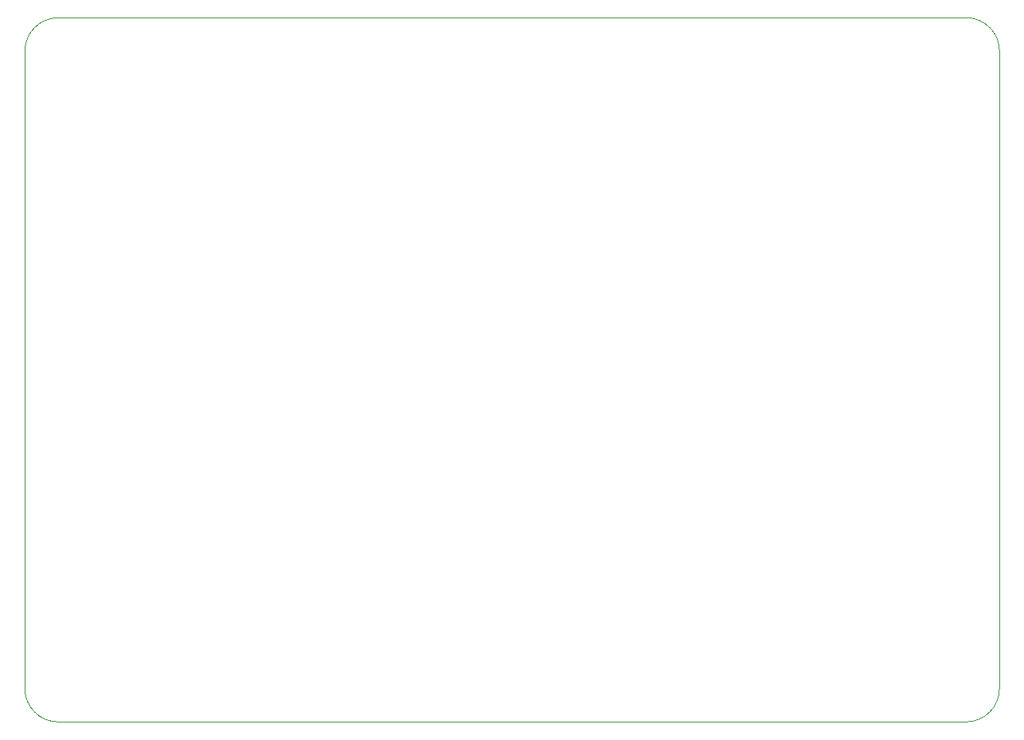
<source format=gm1>
G04 #@! TF.GenerationSoftware,KiCad,Pcbnew,(6.0.0)*
G04 #@! TF.CreationDate,2022-08-18T21:42:32-04:00*
G04 #@! TF.ProjectId,io_i2c,696f5f69-3263-42e6-9b69-6361645f7063,rev?*
G04 #@! TF.SameCoordinates,Original*
G04 #@! TF.FileFunction,Profile,NP*
%FSLAX46Y46*%
G04 Gerber Fmt 4.6, Leading zero omitted, Abs format (unit mm)*
G04 Created by KiCad (PCBNEW (6.0.0)) date 2022-08-18 21:42:32*
%MOMM*%
%LPD*%
G01*
G04 APERTURE LIST*
G04 #@! TA.AperFunction,Profile*
%ADD10C,0.100000*%
G04 #@! TD*
G04 APERTURE END LIST*
D10*
X84582000Y-97282000D02*
X84582000Y-99060000D01*
X184658000Y-168656000D02*
G75*
G03*
X188214000Y-165100000I1J3555999D01*
G01*
X84582000Y-123444000D02*
X84582000Y-146812000D01*
X184658000Y-168656000D02*
X98552000Y-168656000D01*
X178054000Y-93726000D02*
X184658000Y-93726000D01*
X84582000Y-165100000D02*
X84582000Y-146812000D01*
X88138000Y-168656000D02*
X98552000Y-168656000D01*
X88138000Y-93726000D02*
X178054000Y-93726000D01*
X188214000Y-165100000D02*
X188214000Y-97282000D01*
X188214000Y-97282000D02*
G75*
G03*
X184658000Y-93726000I-3555999J1D01*
G01*
X88138000Y-93726000D02*
G75*
G03*
X84582000Y-97282000I-1J-3555999D01*
G01*
X84582000Y-123444000D02*
X84582000Y-99060000D01*
X84582000Y-165100000D02*
G75*
G03*
X88138000Y-168656000I3555999J-1D01*
G01*
M02*

</source>
